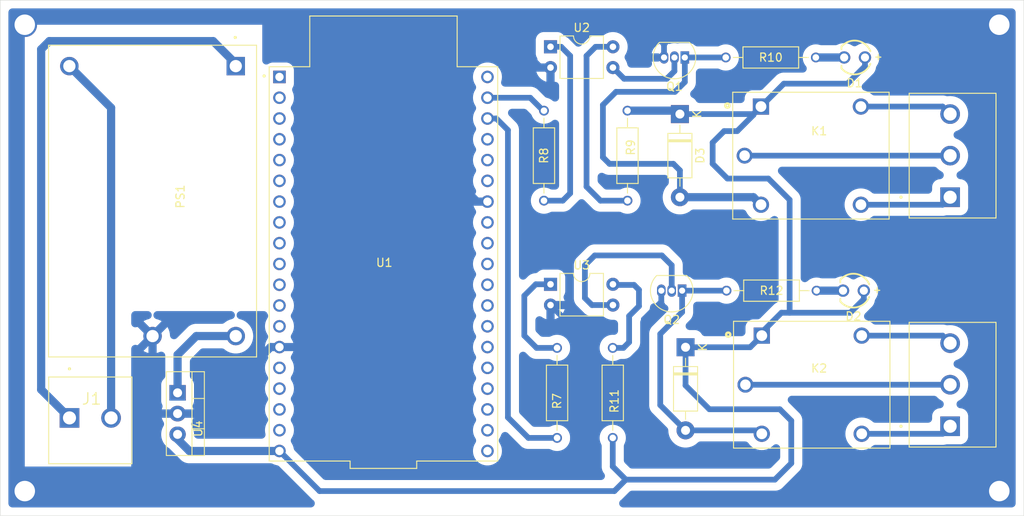
<source format=kicad_pcb>
(kicad_pcb (version 20240108) (generator "pcbnew") (generator_version "8.0")
  (layers (0 "F.Cu" signal) (31 "B.Cu" signal) (34 "B.Paste" user) (35 "F.Paste" user) (36 "B.SilkS" user "B.Silkscreen") (37 "F.SilkS" user "F.Silkscreen") (38 "B.Mask" user) (39 "F.Mask" user) (44 "Edge.Cuts" user))
  (net 0 "")
  (net 1 "Net-(D1-Pad2)")
  (net 2 "Net-(D2-Pad2)")
  (net 3 "Net-(D3-A)")
  (net 4 "Net-(D4-A)")
  (net 5 "Net-(PS1-AC(N))")
  (net 6 "Net-(PS1-AC(L))")
  (net 7 "Net-(J2-Pad2)")
  (net 8 "Net-(J2-Pad3)")
  (net 9 "Net-(J2-Pad1)")
  (net 10 "Net-(J3-Pad2)")
  (net 11 "Net-(J3-Pad1)")
  (net 12 "Net-(J3-Pad3)")
  (net 13 "Net-(PS1-+VO)")
  (net 14 "GND")
  (net 15 "Net-(Q1-B)")
  (net 16 "Net-(Q2-B)")
  (net 17 "Net-(U1-IO23)")
  (net 18 "Net-(U1-IO22)")
  (net 52 "5V")
  (net 53 "Net-(R7-Pad2)")
  (net 54 "Net-(R8-Pad2)")
  (net 55 "Net-(R9-Pad1)")
  (net 56 "Net-(R11-Pad1)")
  (footprint "Diode_THT:D_DO-41_SOD81_P10.16mm_Horizontal" (layer "F.Cu") (at 173 81.92 -90)
    (property "Reference" "D3" (at 5.08 -2.47 90) (layer "F.SilkS"))
    (property "Value" "1N4007")
    (fp_line (start 2.36 1.47) (end 7.8 1.47) (stroke (width 0.12)) (layer "F.SilkS"))
    (fp_line (start 7.8 1.47) (end 7.8 -1.47) (stroke (width 0.12)) (layer "F.SilkS"))
    (fp_line (start 1.34 0) (end 2.36 0) (stroke (width 0.12)) (layer "F.SilkS"))
    (fp_line (start 8.82 0) (end 7.8 0) (stroke (width 0.12)) (layer "F.SilkS"))
    (fp_line (start 2.36 -1.47) (end 2.36 1.47) (stroke (width 0.12)) (layer "F.SilkS"))
    (fp_line (start 3.14 -1.47) (end 3.14 1.47) (stroke (width 0.12)) (layer "F.SilkS"))
    (fp_line (start 3.26 -1.47) (end 3.26 1.47) (stroke (width 0.12)) (layer "F.SilkS"))
    (fp_line (start 3.38 -1.47) (end 3.38 1.47) (stroke (width 0.12)) (layer "F.SilkS"))
    (fp_line (start 7.8 -1.47) (end 2.36 -1.47) (stroke (width 0.12)) (layer "F.SilkS"))
    (fp_text user "K" (at 0 -2.1 90) (layer "F.SilkS"))
    (pad "1" thru_hole rect (at 0 0 270) (size 2.2 2.2) (drill 1.1) (layers "*.Cu" "*.Mask") (net 52 "5V"))
    (pad "2" thru_hole oval (at 10.16 0 270) (size 2.2 2.2) (drill 1.1) (layers "*.Cu" "*.Mask") (net 3 "Net-(D3-A)"))
  )
  (footprint "ESP32-DEVKITC:MODULE_ESP32-DEVKITC" (layer "F.Cu") (at 136.8 100.23)
    (property "Reference" "U1" (at 0.1025 -0.15 0) (layer "F.SilkS"))
    (property "Value" "ESP32-DEVKITC")
    (fp_line (start -13.95 -24.1) (end -13.95 24.1) (stroke (width 0.127)) (layer "F.SilkS"))
    (fp_line (start -13.95 24.1) (end -4.07 24.1) (stroke (width 0.127)) (layer "F.SilkS"))
    (fp_line (start -9 -30.3) (end 9 -30.3) (stroke (width 0.127)) (layer "F.SilkS"))
    (fp_line (start -9 -24.1) (end -13.95 -24.1) (stroke (width 0.127)) (layer "F.SilkS"))
    (fp_line (start -9 -24.1) (end -9 -30.3) (stroke (width 0.127)) (layer "F.SilkS"))
    (fp_line (start -4.07 24.1) (end -4.07 25) (stroke (width 0.127)) (layer "F.SilkS"))
    (fp_line (start -4.07 25) (end 4.06 25) (stroke (width 0.127)) (layer "F.SilkS"))
    (fp_line (start 4.06 24.1) (end 13.95 24.1) (stroke (width 0.127)) (layer "F.SilkS"))
    (fp_line (start 4.06 25) (end 4.06 24.1) (stroke (width 0.127)) (layer "F.SilkS"))
    (fp_line (start 9 -30.3) (end 9 -24.1) (stroke (width 0.127)) (layer "F.SilkS"))
    (fp_line (start 13.95 -24.1) (end 9 -24.1) (stroke (width 0.127)) (layer "F.SilkS"))
    (fp_line (start 13.95 24.1) (end 13.95 -24.1) (stroke (width 0.127)) (layer "F.SilkS"))
    (fp_circle (center -14.57 -22.97) (end -14.47 -22.97) (stroke (width 0.2)) (fill none) (layer "F.SilkS"))
    (pad "1" thru_hole rect (at -12.7 -22.85) (size 1.53 1.53) (drill 1.02) (layers "*.Cu" "*.Mask"))
    (pad "2" thru_hole circle (at -12.7 -20.31) (size 1.53 1.53) (drill 1.02) (layers "*.Cu" "*.Mask"))
    (pad "3" thru_hole circle (at -12.7 -17.77) (size 1.53 1.53) (drill 1.02) (layers "*.Cu" "*.Mask"))
    (pad "4" thru_hole circle (at -12.7 -15.23) (size 1.53 1.53) (drill 1.02) (layers "*.Cu" "*.Mask"))
    (pad "5" thru_hole circle (at -12.7 -12.69) (size 1.53 1.53) (drill 1.02) (layers "*.Cu" "*.Mask"))
    (pad "6" thru_hole circle (at -12.7 -10.15) (size 1.53 1.53) (drill 1.02) (layers "*.Cu" "*.Mask"))
    (pad "7" thru_hole circle (at -12.7 -7.61) (size 1.53 1.53) (drill 1.02) (layers "*.Cu" "*.Mask"))
    (pad "8" thru_hole circle (at -12.7 -5.07) (size 1.53 1.53) (drill 1.02) (layers "*.Cu" "*.Mask"))
    (pad "9" thru_hole circle (at -12.7 -2.53) (size 1.53 1.53) (drill 1.02) (layers "*.Cu" "*.Mask"))
    (pad "10" thru_hole circle (at -12.7 0.01) (size 1.53 1.53) (drill 1.02) (layers "*.Cu" "*.Mask"))
    (pad "11" thru_hole circle (at -12.7 2.55) (size 1.53 1.53) (drill 1.02) (layers "*.Cu" "*.Mask"))
    (pad "12" thru_hole circle (at -12.7 5.09) (size 1.53 1.53) (drill 1.02) (layers "*.Cu" "*.Mask"))
    (pad "13" thru_hole circle (at -12.7 7.63) (size 1.53 1.53) (drill 1.02) (layers "*.Cu" "*.Mask"))
    (pad "14" thru_hole circle (at -12.7 10.17) (size 1.53 1.53) (drill 1.02) (layers "*.Cu" "*.Mask") (net 14 "GND"))
    (pad "15" thru_hole circle (at -12.7 12.71) (size 1.53 1.53) (drill 1.02) (layers "*.Cu" "*.Mask"))
    (pad "16" thru_hole circle (at -12.7 15.25) (size 1.53 1.53) (drill 1.02) (layers "*.Cu" "*.Mask"))
    (pad "17" thru_hole circle (at -12.7 17.79) (size 1.53 1.53) (drill 1.02) (layers "*.Cu" "*.Mask"))
    (pad "18" thru_hole circle (at -12.7 20.33) (size 1.53 1.53) (drill 1.02) (layers "*.Cu" "*.Mask"))
    (pad "19" thru_hole circle (at -12.7 22.87) (size 1.53 1.53) (drill 1.02) (layers "*.Cu" "*.Mask") (net 52 "5V"))
    (pad "20" thru_hole circle (at 12.7 22.87) (size 1.53 1.53) (drill 1.02) (layers "*.Cu" "*.Mask"))
    (pad "21" thru_hole circle (at 12.7 20.33) (size 1.53 1.53) (drill 1.02) (layers "*.Cu" "*.Mask"))
    (pad "22" thru_hole circle (at 12.7 17.79) (size 1.53 1.53) (drill 1.02) (layers "*.Cu" "*.Mask"))
    (pad "23" thru_hole circle (at 12.7 15.25) (size 1.53 1.53) (drill 1.02) (layers "*.Cu" "*.Mask"))
    (pad "24" thru_hole circle (at 12.7 12.71) (size 1.53 1.53) (drill 1.02) (layers "*.Cu" "*.Mask"))
    (pad "25" thru_hole circle (at 12.7 10.17) (size 1.53 1.53) (drill 1.02) (layers "*.Cu" "*.Mask"))
    (pad "26" thru_hole circle (at 12.7 7.63) (size 1.53 1.53) (drill 1.02) (layers "*.Cu" "*.Mask"))
    (pad "27" thru_hole circle (at 12.7 5.09) (size 1.53 1.53) (drill 1.02) (layers "*.Cu" "*.Mask"))
    (pad "28" thru_hole circle (at 12.7 2.55) (size 1.53 1.53) (drill 1.02) (layers "*.Cu" "*.Mask"))
    (pad "29" thru_hole circle (at 12.7 0.01) (size 1.53 1.53) (drill 1.02) (layers "*.Cu" "*.Mask"))
    (pad "30" thru_hole circle (at 12.7 -2.53) (size 1.53 1.53) (drill 1.02) (layers "*.Cu" "*.Mask"))
    (pad "31" thru_hole circle (at 12.7 -5.07) (size 1.53 1.53) (drill 1.02) (layers "*.Cu" "*.Mask"))
    (pad "32" thru_hole circle (at 12.7 -7.61) (size 1.53 1.53) (drill 1.02) (layers "*.Cu" "*.Mask") (net 14 "GND"))
    (pad "33" thru_hole circle (at 12.7 -10.15) (size 1.53 1.53) (drill 1.02) (layers "*.Cu" "*.Mask"))
    (pad "34" thru_hole circle (at 12.7 -12.69) (size 1.53 1.53) (drill 1.02) (layers "*.Cu" "*.Mask"))
    (pad "35" thru_hole circle (at 12.7 -15.23) (size 1.53 1.53) (drill 1.02) (layers "*.Cu" "*.Mask"))
    (pad "36" thru_hole circle (at 12.7 -17.77) (size 1.53 1.53) (drill 1.02) (layers "*.Cu" "*.Mask") (net 18 "Net-(U1-IO22)"))
    (pad "37" thru_hole circle (at 12.7 -20.31) (size 1.53 1.53) (drill 1.02) (layers "*.Cu" "*.Mask") (net 17 "Net-(U1-IO23)"))
    (pad "38" thru_hole circle (at 12.7 -22.85) (size 1.53 1.53) (drill 1.02) (layers "*.Cu" "*.Mask"))
  )
  (footprint "WL-TMRC_3MM:WL-TMRC_3MM" (layer "F.Cu") (at 194.19 103.5 180)
    (property "Reference" "D2" (at 0 -3.135 0) (layer "F.SilkS"))
    (property "Value" "WL-TMRC_3MM" (hide yes))
    (fp_line (start 1.6 1) (end 1.6 1.32) (stroke (width 0.2)) (layer "F.SilkS"))
    (fp_line (start 1.6 -1) (end 1.6 -1.32) (stroke (width 0.2)) (layer "F.SilkS"))
    (fp_arc (start 1.600001 1.32) (mid -0.320357 2.042116) (end -1.93 0.77) (stroke (width 0.22)) (layer "F.SilkS"))
    (fp_arc (start -1.93 -0.77) (mid -0.320357 -2.042116) (end 1.600001 -1.32) (stroke (width 0.22)) (layer "F.SilkS"))
    (fp_text user "+" (at -2.9 0.1 0) (layer "F.SilkS") (effects (font (size 0.8 0.8))))
    (pad "1" thru_hole circle (at -1.27 0 180) (size 1.508 1.508) (drill 1) (layers "*.Cu" "*.Mask") (net 52 "5V"))
    (pad "2" thru_hole circle (at 1.27 0 180) (size 1.508 1.508) (drill 1) (layers "*.Cu" "*.Mask") (net 2 "Net-(D2-Pad2)"))
  )
  (footprint "Package_TO_SOT_THT:TO-220-3_Vertical" (layer "F.Cu") (at 111.66 115.99 -90)
    (property "Reference" "U4" (at 4.39 -2.515 90) (layer "F.SilkS"))
    (property "Value" "LM7805_TO220" (hide yes))
    (fp_line (start -2.58 1.371) (end 7.66 1.371) (stroke (width 0.12)) (layer "F.SilkS"))
    (fp_line (start -2.58 -1.76) (end 7.66 -1.76) (stroke (width 0.12)) (layer "F.SilkS"))
    (fp_line (start -2.58 -3.27) (end -2.58 1.371) (stroke (width 0.12)) (layer "F.SilkS"))
    (fp_line (start -2.58 -3.27) (end 7.66 -3.27) (stroke (width 0.12)) (layer "F.SilkS"))
    (fp_line (start 0.69 -3.27) (end 0.69 -1.76) (stroke (width 0.12)) (layer "F.SilkS"))
    (fp_line (start 4.391 -3.27) (end 4.391 -1.76) (stroke (width 0.12)) (layer "F.SilkS"))
    (fp_line (start 7.66 -3.27) (end 7.66 1.371) (stroke (width 0.12)) (layer "F.SilkS"))
    (pad "1" thru_hole rect (at 0 0 270) (size 1.905 2) (drill 1.1) (layers "*.Cu" "*.Mask") (net 13 "Net-(PS1-+VO)"))
    (pad "2" thru_hole oval (at 2.54 0 270) (size 1.905 2) (drill 1.1) (layers "*.Cu" "*.Mask") (net 14 "GND"))
    (pad "3" thru_hole oval (at 5.08 0 270) (size 1.905 2) (drill 1.1) (layers "*.Cu" "*.Mask") (net 52 "5V"))
  )
  (footprint "MFR-25FBF52-1K:RESAD1100W55L680D260" (layer "F.Cu") (at 158 116 90)
    (property "Reference" "R7" (at -1 0 90) (layer "F.SilkS"))
    (property "Value" "MFR-25FBF52-1K")
    (fp_line (start 3.4 -1.3) (end -3.4 -1.3) (stroke (width 0.127)) (layer "F.SilkS"))
    (fp_line (start -3.4 -1.3) (end -3.4 0) (stroke (width 0.127)) (layer "F.SilkS"))
    (fp_line (start 4.58 0) (end 3.4 0) (stroke (width 0.127)) (layer "F.SilkS"))
    (fp_line (start 3.4 0) (end 3.4 -1.3) (stroke (width 0.127)) (layer "F.SilkS"))
    (fp_line (start -3.4 0) (end -3.4 1.3) (stroke (width 0.127)) (layer "F.SilkS"))
    (fp_line (start -4.58 0) (end -3.4 0) (stroke (width 0.127)) (layer "F.SilkS"))
    (fp_line (start 3.4 1.3) (end 3.4 0) (stroke (width 0.127)) (layer "F.SilkS"))
    (fp_line (start -3.4 1.3) (end 3.4 1.3) (stroke (width 0.127)) (layer "F.SilkS"))
    (pad "1" thru_hole circle (at -5.5 0 90) (size 1.2 1.2) (drill 0.8) (layers "*.Cu" "*.Mask") (net 18 "Net-(U1-IO22)"))
    (pad "2" thru_hole circle (at 5.5 0 90) (size 1.2 1.2) (drill 0.8) (layers "*.Cu" "*.Mask") (net 53 "Net-(R7-Pad2)"))
  )
  (footprint "VOF-S12B-5:CONV_VOF-S12B-5" (layer "F.Cu") (at 108.605 92.555 -90)
    (property "Reference" "PS1" (at -0.555 -3.395 90) (layer "F.SilkS"))
    (property "Value" "VOF-S12B-5")
    (fp_line (start -19.05 12.7) (end -19.05 -12.7) (stroke (width 0.127)) (layer "F.SilkS"))
    (fp_line (start 19.05 12.7) (end -19.05 12.7) (stroke (width 0.127)) (layer "F.SilkS"))
    (fp_line (start -19.05 -12.7) (end 19.05 -12.7) (stroke (width 0.127)) (layer "F.SilkS"))
    (fp_line (start 19.05 -12.7) (end 19.05 12.7) (stroke (width 0.127)) (layer "F.SilkS"))
    (fp_circle (center -20 -10.1) (end -19.9 -10.1) (stroke (width 0.2)) (fill none) (layer "F.SilkS"))
    (pad "1" thru_hole rect (at -16.5 -10.16 270) (size 2.25 2.25) (drill 1.5) (layers "*.Cu" "*.Mask") (net 5 "Net-(PS1-AC(N))"))
    (pad "2" thru_hole circle (at -16.5 10.16 270) (size 2.25 2.25) (drill 1.5) (layers "*.Cu" "*.Mask") (net 6 "Net-(PS1-AC(L))"))
    (pad "3" thru_hole circle (at 16.5 0 270) (size 2.25 2.25) (drill 1.5) (layers "*.Cu" "*.Mask") (net 14 "GND"))
    (pad "4" thru_hole circle (at 16.5 -10.16 270) (size 2.25 2.25) (drill 1.5) (layers "*.Cu" "*.Mask") (net 13 "Net-(PS1-+VO)"))
  )
  (footprint "TB009-508-03BE:CUI_TB009-508-03BE" (layer "F.Cu") (at 206 92.08 90)
    (property "Reference" "J2" (hide yes))
    (property "Value" "TB009-508-03BE" (hide yes))
    (fp_line (start 12.7 -5) (end 12.7 5.6) (stroke (width 0.127)) (layer "F.SilkS"))
    (fp_line (start -2.54 -5) (end 12.7 -5) (stroke (width 0.127)) (layer "F.SilkS"))
    (fp_line (start 12.7 5.6) (end -2.54 5.6) (stroke (width 0.127)) (layer "F.SilkS"))
    (fp_line (start -2.54 5.6) (end -2.54 -5) (stroke (width 0.127)) (layer "F.SilkS"))
    (fp_circle (center 0 -6) (end 0.1 -6) (stroke (width 0.2)) (fill none) (layer "F.SilkS"))
    (pad "1" thru_hole rect (at 0 0 90) (size 2.4 2.4) (drill 1.6) (layers "*.Cu" "*.Mask") (net 9 "Net-(J2-Pad1)"))
    (pad "2" thru_hole circle (at 5.08 0 90) (size 2.4 2.4) (drill 1.6) (layers "*.Cu" "*.Mask") (net 7 "Net-(J2-Pad2)"))
    (pad "3" thru_hole circle (at 10.16 0 90) (size 2.4 2.4) (drill 1.6) (layers "*.Cu" "*.Mask") (net 8 "Net-(J2-Pad3)"))
  )
  (footprint "Package_DIP:DIP-4_W7.62mm" (layer "F.Cu") (at 157.2 73.695)
    (property "Reference" "U2" (at 3.81 -2.33 0) (layer "F.SilkS"))
    (property "Value" "PC817")
    (fp_line (start 1.16 -1.33) (end 1.16 3.87) (stroke (width 0.12)) (layer "F.SilkS"))
    (fp_line (start 1.16 3.87) (end 6.46 3.87) (stroke (width 0.12)) (layer "F.SilkS"))
    (fp_line (start 2.81 -1.33) (end 1.16 -1.33) (stroke (width 0.12)) (layer "F.SilkS"))
    (fp_line (start 6.46 -1.33) (end 4.81 -1.33) (stroke (width 0.12)) (layer "F.SilkS"))
    (fp_line (start 6.46 3.87) (end 6.46 -1.33) (stroke (width 0.12)) (layer "F.SilkS"))
    (fp_arc (start 4.81 -1.33) (mid 3.81 -0.33) (end 2.81 -1.33) (stroke (width 0.12)) (layer "F.SilkS"))
    (pad "1" thru_hole rect (at 0 0) (size 1.6 1.6) (drill 0.8) (layers "*.Cu" "*.Mask") (net 54 "Net-(R8-Pad2)"))
    (pad "2" thru_hole oval (at 0 2.54) (size 1.6 1.6) (drill 0.8) (layers "*.Cu" "*.Mask") (net 14 "GND"))
    (pad "3" thru_hole oval (at 7.62 2.54) (size 1.6 1.6) (drill 0.8) (layers "*.Cu" "*.Mask") (net 15 "Net-(Q1-B)"))
    (pad "4" thru_hole oval (at 7.62 0) (size 1.6 1.6) (drill 0.8) (layers "*.Cu" "*.Mask") (net 55 "Net-(R9-Pad1)"))
  )
  (footprint "MFR-25FBF52-1K:RESAD1100W55L680D260" (layer "F.Cu") (at 184.19 103.5 180)
    (property "Reference" "R12" (at 0 0 0) (layer "F.SilkS"))
    (property "Value" "MFR-25FBF52-1K")
    (fp_line (start 4.58 0) (end 3.4 0) (stroke (width 0.127)) (layer "F.SilkS"))
    (fp_line (start 3.4 1.3) (end 3.4 0) (stroke (width 0.127)) (layer "F.SilkS"))
    (fp_line (start 3.4 0) (end 3.4 -1.3) (stroke (width 0.127)) (layer "F.SilkS"))
    (fp_line (start 3.4 -1.3) (end -3.4 -1.3) (stroke (width 0.127)) (layer "F.SilkS"))
    (fp_line (start -3.4 1.3) (end 3.4 1.3) (stroke (width 0.127)) (layer "F.SilkS"))
    (fp_line (start -3.4 0) (end -3.4 1.3) (stroke (width 0.127)) (layer "F.SilkS"))
    (fp_line (start -3.4 -1.3) (end -3.4 0) (stroke (width 0.127)) (layer "F.SilkS"))
    (fp_line (start -4.58 0) (end -3.4 0) (stroke (width 0.127)) (layer "F.SilkS"))
    (pad "1" thru_hole circle (at -5.5 0 180) (size 1.2 1.2) (drill 0.8) (layers "*.Cu" "*.Mask") (net 2 "Net-(D2-Pad2)"))
    (pad "2" thru_hole circle (at 5.5 0 180) (size 1.2 1.2) (drill 0.8) (layers "*.Cu" "*.Mask") (net 4 "Net-(D4-A)"))
  )
  (footprint "SRD-05VDC-SL-C:RELAY_SRD-05VDC-SL-C" (layer "F.Cu") (at 189.1 115)
    (property "Reference" "K2" (at 0.9 -2 0) (layer "F.SilkS") (effects (font (size 1.000094 1.000094))))
    (property "Value" "SRD-05VDC-SL-C" (hide yes))
    (fp_line (start -9.55 -7.75) (end 9.55 -7.75) (stroke (width 0.127)) (layer "F.SilkS"))
    (fp_line (start -9.55 7.75) (end -9.55 -7.75) (stroke (width 0.127)) (layer "F.SilkS"))
    (fp_line (start 9.55 -7.75) (end 9.55 7.75) (stroke (width 0.127)) (layer "F.SilkS"))
    (fp_line (start 9.55 7.75) (end -9.55 7.75) (stroke (width 0.127)) (layer "F.SilkS"))
    (fp_circle (center -10.2 -6.119) (end -10.1 -6.119) (stroke (width 0.3)) (fill none) (layer "F.SilkS"))
    (pad "A1" thru_hole rect (at -6.1 -6) (size 1.98 1.98) (drill 1.32) (layers "*.Cu" "*.Mask") (net 52 "5V"))
    (pad "A2" thru_hole circle (at -6.1 6) (size 1.98 1.98) (drill 1.32) (layers "*.Cu" "*.Mask") (net 4 "Net-(D4-A)"))
    (pad "COM" thru_hole circle (at -8.1 0) (size 1.935 1.935) (drill 1.29) (layers "*.Cu" "*.Mask") (net 10 "Net-(J3-Pad2)"))
    (pad "NC" thru_hole circle (at 6.1 -6) (size 1.98 1.98) (drill 1.32) (layers "*.Cu" "*.Mask") (net 12 "Net-(J3-Pad3)"))
    (pad "NO" thru_hole circle (at 6.1 6) (size 1.98 1.98) (drill 1.32) (layers "*.Cu" "*.Mask") (net 11 "Net-(J3-Pad1)"))
  )
  (footprint "Package_TO_SOT_THT:TO-92_Inline" (layer "F.Cu") (at 173.27 103.5 180)
    (property "Reference" "Q2" (at 1.27 -3.56 0) (layer "F.SilkS"))
    (property "Value" "BC547")
    (fp_line (start -0.53 1.85) (end 3.07 1.85) (stroke (width 0.12)) (layer "F.SilkS"))
    (fp_arc (start 1.27 -2.6) (mid 3.672087 -0.994977) (end 3.108478 1.838478) (stroke (width 0.12)) (layer "F.SilkS"))
    (fp_arc (start -0.568478 1.838478) (mid -1.132087 -0.994977) (end 1.27 -2.6) (stroke (width 0.12)) (layer "F.SilkS"))
    (pad "1" thru_hole rect (at 0 0 180) (size 1.05 1.5) (drill 0.75) (layers "*.Cu" "*.Mask") (net 4 "Net-(D4-A)"))
    (pad "2" thru_hole oval (at 1.27 0 180) (size 1.05 1.5) (drill 0.75) (layers "*.Cu" "*.Mask") (net 16 "Net-(Q2-B)"))
    (pad "3" thru_hole oval (at 2.54 0 180) (size 1.05 1.5) (drill 0.75) (layers "*.Cu" "*.Mask") (net 14 "GND"))
  )
  (footprint "WL-TMRC_3MM:WL-TMRC_3MM" (layer "F.Cu") (at 194.33 75 180)
    (property "Reference" "D1" (at 0 -3.135 0) (layer "F.SilkS"))
    (property "Value" "WL-TMRC_3MM" (hide yes))
    (fp_line (start 1.6 1) (end 1.6 1.32) (stroke (width 0.2)) (layer "F.SilkS"))
    (fp_line (start 1.6 -1) (end 1.6 -1.32) (stroke (width 0.2)) (layer "F.SilkS"))
    (fp_arc (start 1.600001 1.32) (mid -0.320357 2.042116) (end -1.93 0.77) (stroke (width 0.22)) (layer "F.SilkS"))
    (fp_arc (start -1.93 -0.77) (mid -0.320357 -2.042116) (end 1.600001 -1.32) (stroke (width 0.22)) (layer "F.SilkS"))
    (fp_text user "+" (at -2.9 0.1 0) (layer "F.SilkS") (effects (font (size 0.8 0.8))))
    (pad "1" thru_hole circle (at -1.27 0 180) (size 1.508 1.508) (drill 1) (layers "*.Cu" "*.Mask") (net 52 "5V"))
    (pad "2" thru_hole circle (at 1.27 0 180) (size 1.508 1.508) (drill 1) (layers "*.Cu" "*.Mask") (net 1 "Net-(D1-Pad2)"))
  )
  (footprint "TB009-508-02BE:CUI_TB009-508-02BE" (layer "F.Cu") (at 98.46 119.055)
    (property "Reference" "J1" (at 2.7025 -2.325 0) (layer "F.SilkS") (effects (font (size 1.4 1.4))))
    (property "Value" "TB009-508-02BE" (hide yes))
    (fp_line (start -2.54 -5) (end 7.62 -5) (stroke (width 0.127)) (layer "F.SilkS"))
    (fp_line (start -2.54 5.6) (end -2.54 -5) (stroke (width 0.127)) (layer "F.SilkS"))
    (fp_line (start 7.62 -5) (end 7.62 5.6) (stroke (width 0.127)) (layer "F.SilkS"))
    (fp_line (start 7.62 5.6) (end -2.54 5.6) (stroke (width 0.127)) (layer "F.SilkS"))
    (fp_circle (center 0 -6) (end 0.1 -6) (stroke (width 0.2)) (fill none) (layer "F.SilkS"))
    (pad "1" thru_hole rect (at 0 0) (size 2.4 2.4) (drill 1.6) (layers "*.Cu" "*.Mask") (net 5 "Net-(PS1-AC(N))"))
    (pad "2" thru_hole circle (at 5.08 0) (size 2.4 2.4) (drill 1.6) (layers "*.Cu" "*.Mask") (net 6 "Net-(PS1-AC(L))"))
  )
  (footprint "Package_DIP:DIP-4_W7.62mm" (layer "F.Cu") (at 157.2 102.725)
    (property "Reference" "U3" (at 3.81 -2.33 0) (layer "F.SilkS"))
    (property "Value" "PC817")
    (fp_line (start 1.16 -1.33) (end 1.16 3.87) (stroke (width 0.12)) (layer "F.SilkS"))
    (fp_line (start 1.16 3.87) (end 6.46 3.87) (stroke (width 0.12)) (layer "F.SilkS"))
    (fp_line (start 2.81 -1.33) (end 1.16 -1.33) (stroke (width 0.12)) (layer "F.SilkS"))
    (fp_line (start 6.46 -1.33) (end 4.81 -1.33) (stroke (width 0.12)) (layer "F.SilkS"))
    (fp_line (start 6.46 3.87) (end 6.46 -1.33) (stroke (width 0.12)) (layer "F.SilkS"))
    (fp_arc (start 4.81 -1.33) (mid 3.81 -0.33) (end 2.81 -1.33) (stroke (width 0.12)) (layer "F.SilkS"))
    (pad "1" thru_hole rect (at 0 0) (size 1.6 1.6) (drill 0.8) (layers "*.Cu" "*.Mask") (net 53 "Net-(R7-Pad2)"))
    (pad "2" thru_hole oval (at 0 2.54) (size 1.6 1.6) (drill 0.8) (layers "*.Cu" "*.Mask") (net 14 "GND"))
    (pad "3" thru_hole oval (at 7.62 2.54) (size 1.6 1.6) (drill 0.8) (layers "*.Cu" "*.Mask") (net 16 "Net-(Q2-B)"))
    (pad "4" thru_hole oval (at 7.62 0) (size 1.6 1.6) (drill 0.8) (layers "*.Cu" "*.Mask") (net 56 "Net-(R11-Pad1)"))
  )
  (footprint "MFR-25FBF52-1K:RESAD1100W55L680D260" (layer "F.Cu") (at 184.1 75 180)
    (property "Reference" "R10" (at 0 0 0) (layer "F.SilkS"))
    (property "Value" "MFR-25FBF52-1K" (hide yes))
    (fp_line (start 4.58 0) (end 3.4 0) (stroke (width 0.127)) (layer "F.SilkS"))
    (fp_line (start 3.4 1.3) (end 3.4 0) (stroke (width 0.127)) (layer "F.SilkS"))
    (fp_line (start 3.4 0) (end 3.4 -1.3) (stroke (width 0.127)) (layer "F.SilkS"))
    (fp_line (start 3.4 -1.3) (end -3.4 -1.3) (stroke (width 0.127)) (layer "F.SilkS"))
    (fp_line (start -3.4 1.3) (end 3.4 1.3) (stroke (width 0.127)) (layer "F.SilkS"))
    (fp_line (start -3.4 0) (end -3.4 1.3) (stroke (width 0.127)) (layer "F.SilkS"))
    (fp_line (start -3.4 -1.3) (end -3.4 0) (stroke (width 0.127)) (layer "F.SilkS"))
    (fp_line (start -4.58 0) (end -3.4 0) (stroke (width 0.127)) (layer "F.SilkS"))
    (pad "1" thru_hole circle (at -5.5 0 180) (size 1.2 1.2) (drill 0.8) (layers "*.Cu" "*.Mask") (net 1 "Net-(D1-Pad2)"))
    (pad "2" thru_hole circle (at 5.5 0 180) (size 1.2 1.2) (drill 0.8) (layers "*.Cu" "*.Mask") (net 3 "Net-(D3-A)"))
  )
  (footprint "SRD-05VDC-SL-C:RELAY_SRD-05VDC-SL-C" (layer "F.Cu") (at 189 87)
    (property "Reference" "K1" (at 1 -3 0) (layer "F.SilkS") (effects (font (size 1.000094 1.000094))))
    (property "Value" "SRD-05VDC-SL-C" (hide yes))
    (fp_line (start -9.55 -7.75) (end 9.55 -7.75) (stroke (width 0.127)) (layer "F.SilkS"))
    (fp_line (start -9.55 7.75) (end -9.55 -7.75) (stroke (width 0.127)) (layer "F.SilkS"))
    (fp_line (start 9.55 -7.75) (end 9.55 7.75) (stroke (width 0.127)) (layer "F.SilkS"))
    (fp_line (start 9.55 7.75) (end -9.55 7.75) (stroke (width 0.127)) (layer "F.SilkS"))
    (fp_circle (center -10.2 -6.119) (end -10.1 -6.119) (stroke (width 0.3)) (fill none) (layer "F.SilkS"))
    (pad "A1" thru_hole rect (at -6.1 -6) (size 1.98 1.98) (drill 1.32) (layers "*.Cu" "*.Mask") (net 52 "5V"))
    (pad "A2" thru_hole circle (at -6.1 6) (size 1.98 1.98) (drill 1.32) (layers "*.Cu" "*.Mask") (net 3 "Net-(D3-A)"))
    (pad "COM" thru_hole circle (at -8.1 0) (size 1.935 1.935) (drill 1.29) (layers "*.Cu" "*.Mask") (net 7 "Net-(J2-Pad2)"))
    (pad "NC" thru_hole circle (at 6.1 -6) (size 1.98 1.98) (drill 1.32) (layers "*.Cu" "*.Mask") (net 8 "Net-(J2-Pad3)"))
    (pad "NO" thru_hole circle (at 6.1 6) (size 1.98 1.98) (drill 1.32) (layers "*.Cu" "*.Mask") (net 9 "Net-(J2-Pad1)"))
  )
  (footprint "MFR-25FBF52-1K:RESAD1100W55L680D260" (layer "F.Cu") (at 164.8 116 -90)
    (property "Reference" "R11" (at 1 -0.2 90) (layer "F.SilkS"))
    (property "Value" "MFR-25FBF52-1K")
    (fp_line (start -3.4 1.3) (end 3.4 1.3) (stroke (width 0.127)) (layer "F.SilkS"))
    (fp_line (start 3.4 1.3) (end 3.4 0) (stroke (width 0.127)) (layer "F.SilkS"))
    (fp_line (start -4.58 0) (end -3.4 0) (stroke (width 0.127)) (layer "F.SilkS"))
    (fp_line (start -3.4 0) (end -3.4 1.3) (stroke (width 0.127)) (layer "F.SilkS"))
    (fp_line (start 3.4 0) (end 3.4 -1.3) (stroke (width 0.127)) (layer "F.SilkS"))
    (fp_line (start 4.58 0) (end 3.4 0) (stroke (width 0.127)) (layer "F.SilkS"))
    (fp_line (start -3.4 -1.3) (end -3.4 0) (stroke (width 0.127)) (layer "F.SilkS"))
    (fp_line (start 3.4 -1.3) (end -3.4 -1.3) (stroke (width 0.127)) (layer "F.SilkS"))
    (pad "1" thru_hole circle (at -5.5 0 270) (size 1.2 1.2) (drill 0.8) (layers "*.Cu" "*.Mask") (net 56 "Net-(R11-Pad1)"))
    (pad "2" thru_hole circle (at 5.5 0 270) (size 1.2 1.2) (drill 0.8) (layers "*.Cu" "*.Mask") (net 52 "5V"))
  )
  (footprint "Package_TO_SOT_THT:TO-92_Inline" (layer "F.Cu") (at 173.6 75 180)
    (property "Reference" "Q1" (at 1.27 -3.56 0) (layer "F.SilkS"))
    (property "Value" "BC547")
    (fp_line (start -0.53 1.85) (end 3.07 1.85) (stroke (width 0.12)) (layer "F.SilkS"))
    (fp_arc (start 1.27 -2.6) (mid 3.672087 -0.994977) (end 3.108478 1.838478) (stroke (width 0.12)) (layer "F.SilkS"))
    (fp_arc (start -0.568478 1.838478) (mid -1.132087 -0.994977) (end 1.27 -2.6) (stroke (width 0.12)) (layer "F.SilkS"))
    (pad "1" thru_hole rect (at 0 0 180) (size 1.05 1.5) (drill 0.75) (layers "*.Cu" "*.Mask") (net 3 "Net-(D3-A)"))
    (pad "2" thru_hole oval (at 1.27 0 180) (size 1.05 1.5) (drill 0.75) (layers "*.Cu" "*.Mask") (net 15 "Net-(Q1-B)"))
    (pad "3" thru_hole oval (at 2.54 0 180) (size 1.05 1.5) (drill 0.75) (layers "*.Cu" "*.Mask") (net 14 "GND"))
  )
  (footprint "Diode_THT:D_DO-41_SOD81_P10.16mm_Horizontal" (layer "F.Cu") (at 173.69 110.42 -90)
    (property "Reference" "D4" (hide yes))
    (property "Value" "1N4007")
    (fp_line (start 2.36 1.47) (end 7.8 1.47) (stroke (width 0.12)) (layer "F.SilkS"))
    (fp_line (start 7.8 1.47) (end 7.8 -1.47) (stroke (width 0.12)) (layer "F.SilkS"))
    (fp_line (start 1.34 0) (end 2.36 0) (stroke (width 0.12)) (layer "F.SilkS"))
    (fp_line (start 8.82 0) (end 7.8 0) (stroke (width 0.12)) (layer "F.SilkS"))
    (fp_line (start 2.36 -1.47) (end 2.36 1.47) (stroke (width 0.12)) (layer "F.SilkS"))
    (fp_line (start 3.14 -1.47) (end 3.14 1.47) (stroke (width 0.12)) (layer "F.SilkS"))
    (fp_line (start 3.26 -1.47) (end 3.26 1.47) (stroke (width 0.12)) (layer "F.SilkS"))
    (fp_line (start 3.38 -1.47) (end 3.38 1.47) (stroke (width 0.12)) (layer "F.SilkS"))
    (fp_line (start 7.8 -1.47) (end 2.36 -1.47) (stroke (width 0.12)) (layer "F.SilkS"))
    (fp_text user "K" (at 0 -2.1 90) (layer "F.SilkS"))
    (pad "1" thru_hole rect (at 0 0 270) (size 2.2 2.2) (drill 1.1) (layers "*.Cu" "*.Mask") (net 52 "5V"))
    (pad "2" thru_hole oval (at 10.16 0 270) (size 2.2 2.2) (drill 1.1) (layers "*.Cu" "*.Mask") (net 4 "Net-(D4-A)"))
  )
  (footprint "TB009-508-03BE:CUI_TB009-508-03BE" (layer "F.Cu") (at 206 120.08 90)
    (property "Reference" "J3" (hide yes))
    (property "Value" "TB009-508-03BE" (hide yes))
    (fp_line (start 12.7 -5) (end 12.7 5.6) (stroke (width 0.127)) (layer "F.SilkS"))
    (fp_line (start -2.54 -5) (end 12.7 -5) (stroke (width 0.127)) (layer "F.SilkS"))
    (fp_line (start 12.7 5.6) (end -2.54 5.6) (stroke (width 0.127)) (layer "F.SilkS"))
    (fp_line (start -2.54 5.6) (end -2.54 -5) (stroke (width 0.127)) (layer "F.SilkS"))
    (fp_circle (center 0 -6) (end 0.1 -6) (stroke (width 0.2)) (fill none) (layer "F.SilkS"))
    (pad "1" thru_hole rect (at 0 0 90) (size 2.4 2.4) (drill 1.6) (layers "*.Cu" "*.Mask") (net 11 "Net-(J3-Pad1)"))
    (pad "2" thru_hole circle (at 5.08 0 90) (size 2.4 2.4) (drill 1.6) (layers "*.Cu" "*.Mask") (net 10 "Net-(J3-Pad2)"))
    (pad "3" thru_hole circle (at 10.16 0 90) (size 2.4 2.4) (drill 1.6) (layers "*.Cu" "*.Mask") (net 12 "Net-(J3-Pad3)"))
  )
  (footprint "MFR-25FBF52-1K:RESAD1100W55L680D260" (layer "F.Cu") (at 166.6 87 90)
    (property "Reference" "R9" (at 1 0.4 90) (layer "F.SilkS"))
    (property "Value" "MFR-25FBF52-1K")
    (fp_line (start 3.4 -1.3) (end -3.4 -1.3) (stroke (width 0.127)) (layer "F.SilkS"))
    (fp_line (start -3.4 -1.3) (end -3.4 0) (stroke (width 0.127)) (layer "F.SilkS"))
    (fp_line (start 4.58 0) (end 3.4 0) (stroke (width 0.127)) (layer "F.SilkS"))
    (fp_line (start 3.4 0) (end 3.4 -1.3) (stroke (width 0.127)) (layer "F.SilkS"))
    (fp_line (start -3.4 0) (end -3.4 1.3) (stroke (width 0.127)) (layer "F.SilkS"))
    (fp_line (start -4.58 0) (end -3.4 0) (stroke (width 0.127)) (layer "F.SilkS"))
    (fp_line (start 3.4 1.3) (end 3.4 0) (stroke (width 0.127)) (layer "F.SilkS"))
    (fp_line (start -3.4 1.3) (end 3.4 1.3) (stroke (width 0.127)) (layer "F.SilkS"))
    (pad "1" thru_hole circle (at -5.5 0 90) (size 1.2 1.2) (drill 0.8) (layers "*.Cu" "*.Mask") (net 55 "Net-(R9-Pad1)"))
    (pad "2" thru_hole circle (at 5.5 0 90) (size 1.2 1.2) (drill 0.8) (layers "*.Cu" "*.Mask") (net 52 "5V"))
  )
  (footprint "MFR-25FBF52-1K:RESAD1100W55L680D260" (layer "F.Cu") (at 156.4 87 -90)
    (property "Reference" "R8" (at 0 0 90) (layer "F.SilkS"))
    (property "Value" "MFR-25FBF52-1K")
    (fp_line (start -3.4 1.3) (end 3.4 1.3) (stroke (width 0.127)) (layer "F.SilkS"))
    (fp_line (start 3.4 1.3) (end 3.4 0) (stroke (width 0.127)) (layer "F.SilkS"))
    (fp_line (start -4.58 0) (end -3.4 0) (stroke (width 0.127)) (layer "F.SilkS"))
    (fp_line (start -3.4 0) (end -3.4 1.3) (stroke (width 0.127)) (layer "F.SilkS"))
    (fp_line (start 3.4 0) (end 3.4 -1.3) (stroke (width 0.127)) (layer "F.SilkS"))
    (fp_line (start 4.58 0) (end 3.4 0) (stroke (width 0.127)) (layer "F.SilkS"))
    (fp_line (start -3.4 -1.3) (end -3.4 0) (stroke (width 0.127)) (layer "F.SilkS"))
    (fp_line (start 3.4 -1.3) (end -3.4 -1.3) (stroke (width 0.127)) (layer "F.SilkS"))
    (pad "1" thru_hole circle (at -5.5 0 270) (size 1.2 1.2) (drill 0.8) (layers "*.Cu" "*.Mask") (net 17 "Net-(U1-IO23)"))
    (pad "2" thru_hole circle (at 5.5 0 270) (size 1.2 1.2) (drill 0.8) (layers "*.Cu" "*.Mask") (net 54 "Net-(R8-Pad2)"))
  )
  (gr_rect (start 90 68) (end 215 131) (stroke (width 0.05)) (fill none) (layer "Edge.Cuts"))
  (segment (start 189.6 75) (end 193.06 75) (width 1) (layer "B.Cu") (net 1))
  (segment (start 189.69 103.5) (end 192.92 103.5) (width 1) (layer "B.Cu") (net 2))
  (segment (start 173.6 75) (end 173.6 78) (width 0.7) (layer "B.Cu") (net 3))
  (segment (start 172.2 88) (end 173 88.8) (width 0.7) (layer "B.Cu") (net 3))
  (segment (start 163.6 80.8) (end 163.6 87.2) (width 0.7) (layer "B.Cu") (net 3))
  (segment (start 181.98 92.08) (end 182.9 93) (width 1) (layer "B.Cu") (net 3))
  (segment (start 173 92.08) (end 181.98 92.08) (width 1) (layer "B.Cu") (net 3))
  (segment (start 165.2 79.2) (end 163.6 80.8) (width 0.7) (layer "B.Cu") (net 3))
  (segment (start 173 88.8) (end 173 92.08) (width 0.7) (layer "B.Cu") (net 3))
  (segment (start 172.4 79.2) (end 165.2 79.2) (width 0.7) (layer "B.Cu") (net 3))
  (segment (start 164.4 88) (end 172.2 88) (width 0.7) (layer "B.Cu") (net 3))
  (segment (start 163.6 87.2) (end 164.4 88) (width 0.7) (layer "B.Cu") (net 3))
  (segment (start 173.6 75) (end 178.6 75) (width 0.7) (layer "B.Cu") (net 3))
  (segment (start 173.6 78) (end 172.4 79.2) (width 0.7) (layer "B.Cu") (net 3))
  (segment (start 173.69 120.58) (end 182.58 120.58) (width 0.7) (layer "B.Cu") (net 4))
  (segment (start 170.6 108.8) (end 173.27 106.13) (width 0.7) (layer "B.Cu") (net 4))
  (segment (start 173.69 120.58) (end 170.6 117.49) (width 0.7) (layer "B.Cu") (net 4))
  (segment (start 178.69 103.5) (end 173.27 103.5) (width 0.7) (layer "B.Cu") (net 4))
  (segment (start 170.6 117.49) (end 170.6 108.8) (width 0.7) (layer "B.Cu") (net 4))
  (segment (start 174.11 121) (end 173.69 120.58) (width 0.7) (layer "B.Cu") (net 4))
  (segment (start 182.58 120.58) (end 183 121) (width 0.7) (layer "B.Cu") (net 4))
  (segment (start 173.27 106.13) (end 173.27 103.5) (width 0.7) (layer "B.Cu") (net 4))
  (segment (start 96 73) (end 95 74) (width 1) (layer "B.Cu") (net 5))
  (segment (start 98.445 118.975) (end 98.525 119.055) (width 1) (layer "B.Cu") (net 5))
  (segment (start 95 115.595) (end 98.46 119.055) (width 1) (layer "B.Cu") (net 5))
  (segment (start 116 73) (end 118.765 75.765) (width 1) (layer "B.Cu") (net 5))
  (segment (start 95 74) (end 95 115.595) (width 1) (layer "B.Cu") (net 5))
  (segment (start 116 73) (end 96 73) (width 1) (layer "B.Cu") (net 5))
  (segment (start 118.765 75.765) (end 118.765 76.055) (width 1) (layer "B.Cu") (net 5))
  (segment (start 103.54 81.15) (end 103.54 119.055) (width 1) (layer "B.Cu") (net 6))
  (segment (start 98.445 76.055) (end 103.54 81.15) (width 1) (layer "B.Cu") (net 6))
  (segment (start 180.9 87) (end 206 87) (width 0.7) (layer "B.Cu") (net 7))
  (segment (start 195.1 81) (end 205.08 81) (width 0.7) (layer "B.Cu") (net 8))
  (segment (start 205.08 81) (end 206 81.92) (width 0.7) (layer "B.Cu") (net 8))
  (segment (start 195.1 93) (end 205.08 93) (width 0.7) (layer "B.Cu") (net 9))
  (segment (start 205.08 93) (end 206 92.08) (width 0.7) (layer "B.Cu") (net 9))
  (segment (start 181 115) (end 206 115) (width 0.7) (layer "B.Cu") (net 10))
  (segment (start 205.08 121) (end 206 120.08) (width 0.7) (layer "B.Cu") (net 11))
  (segment (start 195.2 121) (end 205.08 121) (width 0.7) (layer "B.Cu") (net 11))
  (segment (start 195.2 109) (end 205.08 109) (width 0.7) (layer "B.Cu") (net 12))
  (segment (start 205.08 109) (end 206 109.92) (width 0.7) (layer "B.Cu") (net 12))
  (segment (start 111.66 111.34) (end 113.945 109.055) (width 1) (layer "B.Cu") (net 13))
  (segment (start 113.945 109.055) (end 118.765 109.055) (width 1) (layer "B.Cu") (net 13))
  (segment (start 111.66 115.99) (end 111.66 111.34) (width 1) (layer "B.Cu") (net 13))
  (via (at 93 128) (size 3) (drill 2.5) (layers "F.Cu" "B.Cu") (net 14))
  (via (at 93 71) (size 3) (drill 2.5) (layers "F.Cu" "B.Cu") (net 14))
  (via (at 212 128) (size 3) (drill 2.5) (layers "F.Cu" "B.Cu") (net 14))
  (via (at 212 71) (size 3) (drill 2.5) (layers "F.Cu" "B.Cu") (net 14))
  (segment (start 119.47 118.53) (end 121 117) (width 1) (layer "B.Cu") (net 14))
  (segment (start 146.885 75.115) (end 150.438194 75.115) (width 0.7) (layer "B.Cu") (net 14))
  (segment (start 123.018127 110.4) (end 124.1 110.4) (width 1) (layer "B.Cu") (net 14))
  (segment (start 111.66 118.53) (end 119.47 118.53) (width 1) (layer "B.Cu") (net 14))
  (segment (start 150.438194 75.115) (end 151.558194 76.235) (width 0.7) (layer "B.Cu") (net 14))
  (segment (start 168.6 107) (end 170.73 104.87) (width 0.7) (layer "B.Cu") (net 14))
  (segment (start 121 112.418127) (end 123.018127 110.4) (width 1) (layer "B.Cu") (net 14))
  (segment (start 157.2 76.235) (end 156.035 76.235) (width 0.7) (layer "B.Cu") (net 14))
  (segment (start 154.2 72) (end 155.6 70.6) (width 0.7) (layer "B.Cu") (net 14))
  (segment (start 108.605 117.8875) (end 109.2475 118.53) (width 1) (layer "B.Cu") (net 14))
  (segment (start 151.558194 76.235) (end 157.2 76.235) (width 0.7) (layer "B.Cu") (net 14))
  (segment (start 159.95 115.4) (end 159.95 108.015) (width 0.7) (layer "B.Cu") (net 14))
  (segment (start 121 117) (end 121 112.418127) (width 1) (layer "B.Cu") (net 14))
  (segment (start 159.95 125.05) (end 159.95 115.4) (width 0.7) (layer "B.Cu") (net 14))
  (segment (start 135.6 123.6) (end 138 126) (width 0.7) (layer "B.Cu") (net 14))
  (segment (start 171.06 73.06) (end 171.06 75) (width 0.7) (layer "B.Cu") (net 14))
  (segment (start 168.6 114.6) (end 168.6 107) (width 0.7) (layer "B.Cu") (net 14))
  (segment (start 109.2475 118.53) (end 111.66 118.53) (width 1) (layer "B.Cu") (net 14))
  (segment (start 156.035 76.235) (end 154.2 74.4) (width 0.7) (layer "B.Cu") (net 14))
  (segment (start 135.6 110.4) (end 135.6 123.6) (width 0.7) (layer "B.Cu") (net 14))
  (segment (start 168.6 70.6) (end 171.06 73.06) (width 0.7) (layer "B.Cu") (net 14))
  (segment (start 146 90.201873) (end 146 76) (width 0.7) (layer "B.Cu") (net 14))
  (segment (start 124.1 110.4) (end 135.6 110.4) (width 1) (layer "B.Cu") (net 14))
  (segment (start 135.6 110.4) (end 137 109) (width 1) (layer "B.Cu") (net 14))
  (segment (start 148.418127 92.62) (end 146 90.201873) (width 0.7) (layer "B.Cu") (net 14))
  (segment (start 108.605 109.055) (end 108.605 117.8875) (width 1) (layer "B.Cu") (net 14))
  (segment (start 137 96) (end 140.38 92.62) (width 1) (layer "B.Cu") (net 14))
  (segment (start 170.73 104.87) (end 170.73 103.5) (width 0.7) (layer "B.Cu") (net 14))
  (segment (start 155.6 70.6) (end 168.6 70.6) (width 0.7) (layer "B.Cu") (net 14))
  (segment (start 167.8 115.4) (end 168.6 114.6) (width 0.7) (layer "B.Cu") (net 14))
  (segment (start 154.2 74.4) (end 154.2 72) (width 0.7) (layer "B.Cu") (net 14))
  (segment (start 137 109) (end 137 96) (width 1) (layer "B.Cu") (net 14))
  (segment (start 149.5 92.62) (end 148.418127 92.62) (width 0.7) (layer "B.Cu") (net 14))
  (segment (start 159.95 115.4) (end 167.8 115.4) (width 0.7) (layer "B.Cu") (net 14))
  (segment (start 138 126) (end 159 126) (width 0.7) (layer "B.Cu") (net 14))
  (segment (start 146 76) (end 146.885 75.115) (width 0.7) (layer "B.Cu") (net 14))
  (segment (start 140.38 92.62) (end 149.5 92.62) (width 1) (layer "B.Cu") (net 14))
  (segment (start 159 126) (end 159.95 125.05) (width 0.7) (layer "B.Cu") (net 14))
  (segment (start 159.95 108.015) (end 157.2 105.265) (width 0.7) (layer "B.Cu") (net 14))
  (segment (start 164.82 76.235) (end 166.185 77.6) (width 0.7) (layer "B.Cu") (net 15))
  (segment (start 171.4 77.6) (end 172.33 76.67) (width 0.7) (layer "B.Cu") (net 15))
  (segment (start 166.185 77.6) (end 171.4 77.6) (width 0.7) (layer "B.Cu") (net 15))
  (segment (start 172.33 76.67) (end 172.33 75) (width 0.7) (layer "B.Cu") (net 15))
  (segment (start 162.6 99.2) (end 161.4 100.4) (width 0.7) (layer "B.Cu") (net 16))
  (segment (start 161.4 100.4) (end 161.4 104.4) (width 0.7) (layer "B.Cu") (net 16))
  (segment (start 161.4 104.4) (end 162.265 105.265) (width 0.7) (layer "B.Cu") (net 16))
  (segment (start 172 100.4) (end 170.8 99.2) (width 0.7) (layer "B.Cu") (net 16))
  (segment (start 162.265 105.265) (end 164.82 105.265) (width 0.7) (layer "B.Cu") (net 16))
  (segment (start 170.8 99.2) (end 162.6 99.2) (width 0.7) (layer "B.Cu") (net 16))
  (segment (start 172 103.5) (end 172 100.4) (width 0.7) (layer "B.Cu") (net 16))
  (segment (start 156.4 81.6) (end 154.72 79.92) (width 0.7) (layer "B.Cu") (net 17))
  (segment (start 154.72 79.92) (end 149.5 79.92) (width 0.7) (layer "B.Cu") (net 17))
  (segment (start 156.4 81.5) (end 156.4 81.6) (width 0.7) (layer "B.Cu") (net 17))
  (segment (start 150.581873 82.46) (end 152 83.878127) (width 0.7) (layer "B.Cu") (net 18))
  (segment (start 149.5 82.46) (end 150.581873 82.46) (width 0.7) (layer "B.Cu") (net 18))
  (segment (start 154.5 121.5) (end 158 121.5) (width 0.7) (layer "B.Cu") (net 18))
  (segment (start 152 83.878127) (end 152 119) (width 0.7) (layer "B.Cu") (net 18))
  (segment (start 152 119) (end 154.5 121.5) (width 0.7) (layer "B.Cu") (net 18))
  (segment (start 180 84) (end 178.4 84) (width 0.7) (layer "B.Cu") (net 52))
  (segment (start 111.66 121.66) (end 113.1 123.1) (width 1) (layer "B.Cu") (net 52))
  (segment (start 186.6 119.4) (end 186.6 124.6) (width 0.7) (layer "B.Cu") (net 52))
  (segment (start 172.58 81.5) (end 173 81.92) (width 1) (layer "B.Cu") (net 52))
  (segment (start 177 88) (end 178.8 89.8) (width 0.7) (layer "B.Cu") (net 52))
  (segment (start 186.4 92.4) (end 186.4 106.2) (width 0.7) (layer "B.Cu") (net 52))
  (segment (start 173 81.92) (end 181.98 81.92) (width 0.7) (layer "B.Cu") (net 52))
  (segment (start 185.7 78.2) (end 182.9 81) (width 0.7) (layer "B.Cu") (net 52))
  (segment (start 177 85.4) (end 177 88) (width 0.7) (layer "B.Cu") (net 52))
  (segment (start 195.6 75) (end 195.6 76.066317) (width 0.7) (layer "B.Cu") (net 52))
  (segment (start 183 109) (end 183 108.6) (width 0.7) (layer "B.Cu") (net 52))
  (segment (start 183 108.6) (end 185.4 106.2) (width 0.7) (layer "B.Cu") (net 52))
  (segment (start 113.1 123.1) (end 124.1 123.1) (width 1) (layer "B.Cu") (net 52))
  (segment (start 181.98 81.92) (end 182.9 81) (width 0.7) (layer "B.Cu") (net 52))
  (segment (start 164.8 125) (end 166.4 126.6) (width 0.7) (layer "B.Cu") (net 52))
  (segment (start 186.4 106.2) (end 193.8 106.2) (width 0.7) (layer "B.Cu") (net 52))
  (segment (start 173.69 115.09) (end 176.6 118) (width 0.7) (layer "B.Cu") (net 52))
  (segment (start 184.6 126.6) (end 166.4 126.6) (width 0.7) (layer "B.Cu") (net 52))
  (segment (start 183.8 89.8) (end 186.4 92.4) (width 0.7) (layer "B.Cu") (net 52))
  (segment (start 111.66 121.07) (end 111.66 121.66) (width 1) (layer "B.Cu") (net 52))
  (segment (start 178.4 84) (end 177 85.4) (width 0.7) (layer "B.Cu") (net 52))
  (segment (start 181.98 81.92) (end 181.98 82.02) (width 0.7) (layer "B.Cu") (net 52))
  (segment (start 185.4 106.2) (end 186.4 106.2) (width 0.7) (layer "B.Cu") (net 52))
  (segment (start 195.46 104.54) (end 195.46 103.5) (width 0.7) (layer "B.Cu") (net 52))
  (segment (start 181.58 110.42) (end 183 109) (width 0.7) (layer "B.Cu") (net 52))
  (segment (start 164.8 121.5) (end 164.8 125) (width 0.7) (layer "B.Cu") (net 52))
  (segment (start 173.69 110.42) (end 173.69 115.09) (width 0.7) (layer "B.Cu") (net 52))
  (segment (start 173.69 110.42) (end 181.58 110.42) (width 0.7) (layer "B.Cu") (net 52))
  (segment (start 166.6 81.5) (end 172.58 81.5) (width 1) (layer "B.Cu") (net 52))
  (segment (start 178.8 89.8) (end 183.8 89.8) (width 0.7) (layer "B.Cu") (net 52))
  (segment (start 193.8 106.2) (end 195.46 104.54) (width 0.7) (layer "B.Cu") (net 52))
  (segment (start 129 128) (end 165 128) (width 0.7) (layer "B.Cu") (net 52))
  (segment (start 165 128) (end 166.4 126.6) (width 0.7) (layer "B.Cu") (net 52))
  (segment (start 176.6 118) (end 185.2 118) (width 0.7) (layer "B.Cu") (net 52))
  (segment (start 124.1 123.1) (end 129 128) (width 0.7) (layer "B.Cu") (net 52))
  (segment (start 195.6 76.066317) (end 193.466317 78.2) (width 0.7) (layer "B.Cu") (net 52))
  (segment (start 193.466317 78.2) (end 185.7 78.2) (width 0.7) (layer "B.Cu") (net 52))
  (segment (start 185.2 118) (end 186.6 119.4) (width 0.7) (layer "B.Cu") (net 52))
  (segment (start 181.98 82.02) (end 180 84) (width 0.7) (layer "B.Cu") (net 52))
  (segment (start 186.6 124.6) (end 184.6 126.6) (width 0.7) (layer "B.Cu") (net 52))
  (segment (start 155.4 102.725) (end 157.2 102.725) (width 0.7) (layer "B.Cu") (net 53))
  (segment (start 154 109) (end 154 104.125) (width 0.7) (layer "B.Cu") (net 53))
  (segment (start 155.5 110.5) (end 154 109) (width 0.7) (layer "B.Cu") (net 53))
  (segment (start 158 110.5) (end 155.5 110.5) (width 0.7) (layer "B.Cu") (net 53))
  (segment (start 154 104.125) (end 155.4 102.725) (width 0.7) (layer "B.Cu") (net 53))
  (segment (start 158.495 73.695) (end 159.6 74.8) (width 0.7) (layer "B.Cu") (net 54))
  (segment (start 157.2 73.695) (end 158.495 73.695) (width 0.7) (layer "B.Cu") (net 54))
  (segment (start 159.6 91.6) (end 158.7 92.5) (width 0.7) (layer "B.Cu") (net 54))
  (segment (start 158.7 92.5) (end 156.4 92.5) (width 0.7) (layer "B.Cu") (net 54))
  (segment (start 159.6 74.8) (end 159.6 91.6) (width 0.7) (layer "B.Cu") (net 54))
  (segment (start 161.6 90.8) (end 163.3 92.5) (width 0.7) (layer "B.Cu") (net 55))
  (segment (start 163.3 92.5) (end 166.6 92.5) (width 0.7) (layer "B.Cu") (net 55))
  (segment (start 161.6 74.8) (end 161.6 90.8) (width 0.7) (layer "B.Cu") (net 55))
  (segment (start 162.705 73.695) (end 161.6 74.8) (width 0.7) (layer "B.Cu") (net 55))
  (segment (start 164.82 73.695) (end 162.705 73.695) (width 0.7) (layer "B.Cu") (net 55))
  (segment (start 168 103.4) (end 168 105.4) (width 0.7) (layer "B.Cu") (net 56))
  (segment (start 166.8 109.8) (end 166.1 110.5) (width 0.7) (layer "B.Cu") (net 56))
  (segment (start 168 105.4) (end 166.8 106.6) (width 0.7) (layer "B.Cu") (net 56))
  (segment (start 166.8 106.6) (end 166.8 109.8) (width 0.7) (layer "B.Cu") (net 56))
  (segment (start 164.895 102.8) (end 167.4 102.8) (width 0.7) (layer "B.Cu") (net 56))
  (segment (start 164.82 102.725) (end 164.895 102.8) (width 0.7) (layer "B.Cu") (net 56))
  (segment (start 167.4 102.8) (end 168 103.4) (width 0.7) (layer "B.Cu") (net 56))
  (segment (start 166.1 110.5) (end 164.8 110.5) (width 0.7) (layer "B.Cu") (net 56))
  (zone (net 14) (net_name "GND") (layer "B.Cu") (connect_pads (clearance 1)) (min_thickness 1) (fill yes (thermal_gap 1) (thermal_bridge_width 1))
    (polygon (pts (xy 91 69) (xy 214 69) (xy 214 130) (xy 91 130) (xy 91 125) (xy 106 125) (xy 106 106) (xy 122 106) (xy 122 71) (xy 93 71) (xy 93 125) (xy 91 125)))
  )
)
</source>
